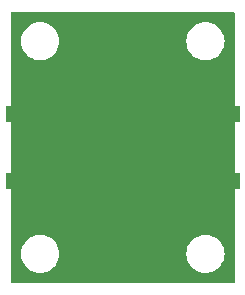
<source format=gbr>
%TF.GenerationSoftware,KiCad,Pcbnew,(6.0.0)*%
%TF.CreationDate,2022-01-16T13:24:38+00:00*%
%TF.ProjectId,RBP-140+,5242502d-3134-4302-9b2e-6b696361645f,rev?*%
%TF.SameCoordinates,Original*%
%TF.FileFunction,Copper,L2,Bot*%
%TF.FilePolarity,Positive*%
%FSLAX46Y46*%
G04 Gerber Fmt 4.6, Leading zero omitted, Abs format (unit mm)*
G04 Created by KiCad (PCBNEW (6.0.0)) date 2022-01-16 13:24:38*
%MOMM*%
%LPD*%
G01*
G04 APERTURE LIST*
%TA.AperFunction,SMDPad,CuDef*%
%ADD10R,4.200000X1.350000*%
%TD*%
%TA.AperFunction,ComponentPad*%
%ADD11C,1.016000*%
%TD*%
%TA.AperFunction,ViaPad*%
%ADD12C,0.800000*%
%TD*%
G04 APERTURE END LIST*
D10*
%TO.P,J1,2,Ext*%
%TO.N,GND*%
X142200000Y-97175000D03*
X142200000Y-102825000D03*
%TD*%
D11*
%TO.P,FL1,1,GND*%
%TO.N,GND*%
X154445000Y-95555000D03*
X148730000Y-101270000D03*
X145555000Y-95555000D03*
X151270000Y-98730000D03*
X151270000Y-101270000D03*
X145555000Y-104445000D03*
X154445000Y-104445000D03*
X148730000Y-98730000D03*
%TD*%
D10*
%TO.P,J2,2,Ext*%
%TO.N,GND*%
X157800000Y-102825000D03*
X157800000Y-97175000D03*
%TD*%
D12*
%TO.N,GND*%
X142650000Y-104500000D03*
X156050000Y-104500000D03*
X141300000Y-104500000D03*
X141300000Y-95500000D03*
X142550000Y-95500000D03*
X156000000Y-95500000D03*
X143850000Y-95500000D03*
X157550000Y-104500000D03*
X159000000Y-95500000D03*
X157650000Y-95500000D03*
X143900000Y-104500000D03*
X158900000Y-104500000D03*
%TD*%
%TA.AperFunction,Conductor*%
%TO.N,GND*%
G36*
X159434121Y-88528002D02*
G01*
X159480614Y-88581658D01*
X159492000Y-88634000D01*
X159492000Y-111366000D01*
X159471998Y-111434121D01*
X159418342Y-111480614D01*
X159366000Y-111492000D01*
X140634000Y-111492000D01*
X140565879Y-111471998D01*
X140519386Y-111418342D01*
X140508000Y-111366000D01*
X140508000Y-109000000D01*
X141386526Y-109000000D01*
X141406391Y-109252403D01*
X141465495Y-109498591D01*
X141562384Y-109732502D01*
X141694672Y-109948376D01*
X141859102Y-110140898D01*
X142051624Y-110305328D01*
X142267498Y-110437616D01*
X142272068Y-110439509D01*
X142272072Y-110439511D01*
X142496836Y-110532611D01*
X142501409Y-110534505D01*
X142586032Y-110554821D01*
X142742784Y-110592454D01*
X142742790Y-110592455D01*
X142747597Y-110593609D01*
X142847416Y-110601465D01*
X142934345Y-110608307D01*
X142934352Y-110608307D01*
X142936801Y-110608500D01*
X143063199Y-110608500D01*
X143065648Y-110608307D01*
X143065655Y-110608307D01*
X143152584Y-110601465D01*
X143252403Y-110593609D01*
X143257210Y-110592455D01*
X143257216Y-110592454D01*
X143413968Y-110554821D01*
X143498591Y-110534505D01*
X143503164Y-110532611D01*
X143727928Y-110439511D01*
X143727932Y-110439509D01*
X143732502Y-110437616D01*
X143948376Y-110305328D01*
X144140898Y-110140898D01*
X144305328Y-109948376D01*
X144437616Y-109732502D01*
X144534505Y-109498591D01*
X144593609Y-109252403D01*
X144613474Y-109000000D01*
X155386526Y-109000000D01*
X155406391Y-109252403D01*
X155465495Y-109498591D01*
X155562384Y-109732502D01*
X155694672Y-109948376D01*
X155859102Y-110140898D01*
X156051624Y-110305328D01*
X156267498Y-110437616D01*
X156272068Y-110439509D01*
X156272072Y-110439511D01*
X156496836Y-110532611D01*
X156501409Y-110534505D01*
X156586032Y-110554821D01*
X156742784Y-110592454D01*
X156742790Y-110592455D01*
X156747597Y-110593609D01*
X156847416Y-110601465D01*
X156934345Y-110608307D01*
X156934352Y-110608307D01*
X156936801Y-110608500D01*
X157063199Y-110608500D01*
X157065648Y-110608307D01*
X157065655Y-110608307D01*
X157152584Y-110601465D01*
X157252403Y-110593609D01*
X157257210Y-110592455D01*
X157257216Y-110592454D01*
X157413968Y-110554821D01*
X157498591Y-110534505D01*
X157503164Y-110532611D01*
X157727928Y-110439511D01*
X157727932Y-110439509D01*
X157732502Y-110437616D01*
X157948376Y-110305328D01*
X158140898Y-110140898D01*
X158305328Y-109948376D01*
X158437616Y-109732502D01*
X158534505Y-109498591D01*
X158593609Y-109252403D01*
X158613474Y-109000000D01*
X158593609Y-108747597D01*
X158534505Y-108501409D01*
X158437616Y-108267498D01*
X158305328Y-108051624D01*
X158140898Y-107859102D01*
X157948376Y-107694672D01*
X157732502Y-107562384D01*
X157727932Y-107560491D01*
X157727928Y-107560489D01*
X157503164Y-107467389D01*
X157503162Y-107467388D01*
X157498591Y-107465495D01*
X157413968Y-107445179D01*
X157257216Y-107407546D01*
X157257210Y-107407545D01*
X157252403Y-107406391D01*
X157152584Y-107398535D01*
X157065655Y-107391693D01*
X157065648Y-107391693D01*
X157063199Y-107391500D01*
X156936801Y-107391500D01*
X156934352Y-107391693D01*
X156934345Y-107391693D01*
X156847416Y-107398535D01*
X156747597Y-107406391D01*
X156742790Y-107407545D01*
X156742784Y-107407546D01*
X156586032Y-107445179D01*
X156501409Y-107465495D01*
X156496838Y-107467388D01*
X156496836Y-107467389D01*
X156272072Y-107560489D01*
X156272068Y-107560491D01*
X156267498Y-107562384D01*
X156051624Y-107694672D01*
X155859102Y-107859102D01*
X155694672Y-108051624D01*
X155562384Y-108267498D01*
X155465495Y-108501409D01*
X155406391Y-108747597D01*
X155386526Y-109000000D01*
X144613474Y-109000000D01*
X144593609Y-108747597D01*
X144534505Y-108501409D01*
X144437616Y-108267498D01*
X144305328Y-108051624D01*
X144140898Y-107859102D01*
X143948376Y-107694672D01*
X143732502Y-107562384D01*
X143727932Y-107560491D01*
X143727928Y-107560489D01*
X143503164Y-107467389D01*
X143503162Y-107467388D01*
X143498591Y-107465495D01*
X143413968Y-107445179D01*
X143257216Y-107407546D01*
X143257210Y-107407545D01*
X143252403Y-107406391D01*
X143152584Y-107398535D01*
X143065655Y-107391693D01*
X143065648Y-107391693D01*
X143063199Y-107391500D01*
X142936801Y-107391500D01*
X142934352Y-107391693D01*
X142934345Y-107391693D01*
X142847416Y-107398535D01*
X142747597Y-107406391D01*
X142742790Y-107407545D01*
X142742784Y-107407546D01*
X142586032Y-107445179D01*
X142501409Y-107465495D01*
X142496838Y-107467388D01*
X142496836Y-107467389D01*
X142272072Y-107560489D01*
X142272068Y-107560491D01*
X142267498Y-107562384D01*
X142051624Y-107694672D01*
X141859102Y-107859102D01*
X141694672Y-108051624D01*
X141562384Y-108267498D01*
X141465495Y-108501409D01*
X141406391Y-108747597D01*
X141386526Y-109000000D01*
X140508000Y-109000000D01*
X140508000Y-91000000D01*
X141386526Y-91000000D01*
X141406391Y-91252403D01*
X141465495Y-91498591D01*
X141562384Y-91732502D01*
X141694672Y-91948376D01*
X141859102Y-92140898D01*
X142051624Y-92305328D01*
X142267498Y-92437616D01*
X142272068Y-92439509D01*
X142272072Y-92439511D01*
X142496836Y-92532611D01*
X142501409Y-92534505D01*
X142586032Y-92554821D01*
X142742784Y-92592454D01*
X142742790Y-92592455D01*
X142747597Y-92593609D01*
X142847416Y-92601465D01*
X142934345Y-92608307D01*
X142934352Y-92608307D01*
X142936801Y-92608500D01*
X143063199Y-92608500D01*
X143065648Y-92608307D01*
X143065655Y-92608307D01*
X143152584Y-92601465D01*
X143252403Y-92593609D01*
X143257210Y-92592455D01*
X143257216Y-92592454D01*
X143413968Y-92554821D01*
X143498591Y-92534505D01*
X143503164Y-92532611D01*
X143727928Y-92439511D01*
X143727932Y-92439509D01*
X143732502Y-92437616D01*
X143948376Y-92305328D01*
X144140898Y-92140898D01*
X144305328Y-91948376D01*
X144437616Y-91732502D01*
X144534505Y-91498591D01*
X144593609Y-91252403D01*
X144613474Y-91000000D01*
X155386526Y-91000000D01*
X155406391Y-91252403D01*
X155465495Y-91498591D01*
X155562384Y-91732502D01*
X155694672Y-91948376D01*
X155859102Y-92140898D01*
X156051624Y-92305328D01*
X156267498Y-92437616D01*
X156272068Y-92439509D01*
X156272072Y-92439511D01*
X156496836Y-92532611D01*
X156501409Y-92534505D01*
X156586032Y-92554821D01*
X156742784Y-92592454D01*
X156742790Y-92592455D01*
X156747597Y-92593609D01*
X156847416Y-92601465D01*
X156934345Y-92608307D01*
X156934352Y-92608307D01*
X156936801Y-92608500D01*
X157063199Y-92608500D01*
X157065648Y-92608307D01*
X157065655Y-92608307D01*
X157152584Y-92601465D01*
X157252403Y-92593609D01*
X157257210Y-92592455D01*
X157257216Y-92592454D01*
X157413968Y-92554821D01*
X157498591Y-92534505D01*
X157503164Y-92532611D01*
X157727928Y-92439511D01*
X157727932Y-92439509D01*
X157732502Y-92437616D01*
X157948376Y-92305328D01*
X158140898Y-92140898D01*
X158305328Y-91948376D01*
X158437616Y-91732502D01*
X158534505Y-91498591D01*
X158593609Y-91252403D01*
X158613474Y-91000000D01*
X158593609Y-90747597D01*
X158534505Y-90501409D01*
X158437616Y-90267498D01*
X158305328Y-90051624D01*
X158140898Y-89859102D01*
X157948376Y-89694672D01*
X157732502Y-89562384D01*
X157727932Y-89560491D01*
X157727928Y-89560489D01*
X157503164Y-89467389D01*
X157503162Y-89467388D01*
X157498591Y-89465495D01*
X157413968Y-89445179D01*
X157257216Y-89407546D01*
X157257210Y-89407545D01*
X157252403Y-89406391D01*
X157152584Y-89398535D01*
X157065655Y-89391693D01*
X157065648Y-89391693D01*
X157063199Y-89391500D01*
X156936801Y-89391500D01*
X156934352Y-89391693D01*
X156934345Y-89391693D01*
X156847416Y-89398535D01*
X156747597Y-89406391D01*
X156742790Y-89407545D01*
X156742784Y-89407546D01*
X156586032Y-89445179D01*
X156501409Y-89465495D01*
X156496838Y-89467388D01*
X156496836Y-89467389D01*
X156272072Y-89560489D01*
X156272068Y-89560491D01*
X156267498Y-89562384D01*
X156051624Y-89694672D01*
X155859102Y-89859102D01*
X155694672Y-90051624D01*
X155562384Y-90267498D01*
X155465495Y-90501409D01*
X155406391Y-90747597D01*
X155386526Y-91000000D01*
X144613474Y-91000000D01*
X144593609Y-90747597D01*
X144534505Y-90501409D01*
X144437616Y-90267498D01*
X144305328Y-90051624D01*
X144140898Y-89859102D01*
X143948376Y-89694672D01*
X143732502Y-89562384D01*
X143727932Y-89560491D01*
X143727928Y-89560489D01*
X143503164Y-89467389D01*
X143503162Y-89467388D01*
X143498591Y-89465495D01*
X143413968Y-89445179D01*
X143257216Y-89407546D01*
X143257210Y-89407545D01*
X143252403Y-89406391D01*
X143152584Y-89398535D01*
X143065655Y-89391693D01*
X143065648Y-89391693D01*
X143063199Y-89391500D01*
X142936801Y-89391500D01*
X142934352Y-89391693D01*
X142934345Y-89391693D01*
X142847416Y-89398535D01*
X142747597Y-89406391D01*
X142742790Y-89407545D01*
X142742784Y-89407546D01*
X142586032Y-89445179D01*
X142501409Y-89465495D01*
X142496838Y-89467388D01*
X142496836Y-89467389D01*
X142272072Y-89560489D01*
X142272068Y-89560491D01*
X142267498Y-89562384D01*
X142051624Y-89694672D01*
X141859102Y-89859102D01*
X141694672Y-90051624D01*
X141562384Y-90267498D01*
X141465495Y-90501409D01*
X141406391Y-90747597D01*
X141386526Y-91000000D01*
X140508000Y-91000000D01*
X140508000Y-88634000D01*
X140528002Y-88565879D01*
X140581658Y-88519386D01*
X140634000Y-88508000D01*
X159366000Y-88508000D01*
X159434121Y-88528002D01*
G37*
%TD.AperFunction*%
%TD*%
M02*

</source>
